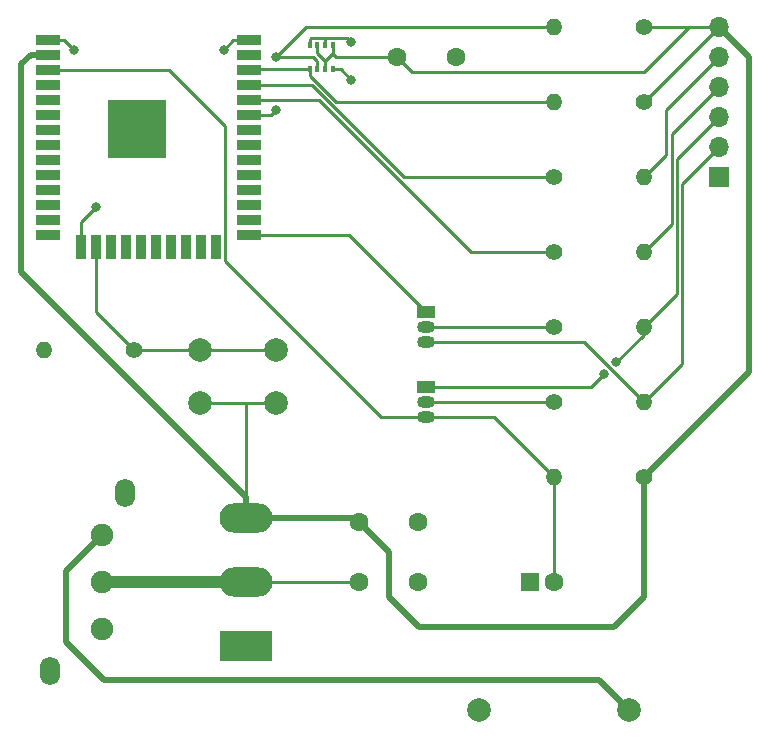
<source format=gbr>
G04 #@! TF.GenerationSoftware,KiCad,Pcbnew,(5.1.4-0-10_14)*
G04 #@! TF.CreationDate,2019-11-18T23:58:44+01:00*
G04 #@! TF.ProjectId,liberation,6c696265-7261-4746-996f-6e2e6b696361,rev?*
G04 #@! TF.SameCoordinates,Original*
G04 #@! TF.FileFunction,Copper,L1,Top*
G04 #@! TF.FilePolarity,Positive*
%FSLAX46Y46*%
G04 Gerber Fmt 4.6, Leading zero omitted, Abs format (unit mm)*
G04 Created by KiCad (PCBNEW (5.1.4-0-10_14)) date 2019-11-18 23:58:44*
%MOMM*%
%LPD*%
G04 APERTURE LIST*
%ADD10C,1.400000*%
%ADD11O,1.400000X1.400000*%
%ADD12C,1.600000*%
%ADD13R,1.600000X1.600000*%
%ADD14R,1.700000X1.700000*%
%ADD15O,1.700000X1.700000*%
%ADD16R,1.500000X1.050000*%
%ADD17O,1.500000X1.050000*%
%ADD18O,1.700000X2.400000*%
%ADD19C,1.900000*%
%ADD20C,2.000000*%
%ADD21R,5.000000X5.000000*%
%ADD22R,2.000000X0.900000*%
%ADD23R,0.900000X2.000000*%
%ADD24R,0.350000X0.500000*%
%ADD25O,4.500000X2.500000*%
%ADD26R,4.500000X2.500000*%
%ADD27C,0.800000*%
%ADD28C,0.250000*%
%ADD29C,1.000000*%
%ADD30C,0.500000*%
G04 APERTURE END LIST*
D10*
X142240000Y-114300000D03*
D11*
X149860000Y-114300000D03*
D12*
X142240000Y-135890000D03*
D13*
X140240000Y-135890000D03*
D12*
X130730000Y-135890000D03*
X125730000Y-135890000D03*
X125730000Y-130810000D03*
X130730000Y-130810000D03*
D14*
X156210000Y-101600000D03*
D15*
X156210000Y-99060000D03*
X156210000Y-96520000D03*
X156210000Y-93980000D03*
X156210000Y-91440000D03*
X156210000Y-88900000D03*
D16*
X131445000Y-113030000D03*
D17*
X131445000Y-115570000D03*
X131445000Y-114300000D03*
X131445000Y-120650000D03*
X131445000Y-121920000D03*
D16*
X131445000Y-119380000D03*
D10*
X149860000Y-127000000D03*
D11*
X142240000Y-127000000D03*
X149860000Y-120650000D03*
D10*
X142240000Y-120650000D03*
D11*
X149860000Y-101600000D03*
D10*
X142240000Y-101600000D03*
X142240000Y-107950000D03*
D11*
X149860000Y-107950000D03*
D10*
X149860000Y-95250000D03*
D11*
X142240000Y-95250000D03*
X142240000Y-88900000D03*
D10*
X149860000Y-88900000D03*
D11*
X99060000Y-116205000D03*
D10*
X106680000Y-116205000D03*
D18*
X99625000Y-143390000D03*
X105925000Y-128390000D03*
D19*
X104025000Y-131890000D03*
X104025000Y-135890000D03*
X104025000Y-139890000D03*
D20*
X118745000Y-116205000D03*
X118745000Y-120705000D03*
X112245000Y-116205000D03*
X112245000Y-120705000D03*
D21*
X106950000Y-97490000D03*
D22*
X99450000Y-89990000D03*
X99450000Y-91260000D03*
X99450000Y-92530000D03*
X99450000Y-93800000D03*
X99450000Y-95070000D03*
X99450000Y-96340000D03*
X99450000Y-97610000D03*
X99450000Y-98880000D03*
X99450000Y-100150000D03*
X99450000Y-101420000D03*
X99450000Y-102690000D03*
X99450000Y-103960000D03*
X99450000Y-105230000D03*
X99450000Y-106500000D03*
D23*
X102235000Y-107500000D03*
X103505000Y-107500000D03*
X104775000Y-107500000D03*
X106045000Y-107500000D03*
X107315000Y-107500000D03*
X108585000Y-107500000D03*
X109855000Y-107500000D03*
X111125000Y-107500000D03*
X112395000Y-107500000D03*
X113665000Y-107500000D03*
D22*
X116450000Y-106500000D03*
X116450000Y-105230000D03*
X116450000Y-103960000D03*
X116450000Y-102690000D03*
X116450000Y-101420000D03*
X116450000Y-100150000D03*
X116450000Y-98880000D03*
X116450000Y-97610000D03*
X116450000Y-96340000D03*
X116450000Y-95070000D03*
X116450000Y-93800000D03*
X116450000Y-92530000D03*
X116450000Y-91260000D03*
X116450000Y-89990000D03*
D24*
X121580000Y-92465000D03*
X122230000Y-92465000D03*
X122880000Y-92465000D03*
X123530000Y-92465000D03*
X123530000Y-90415000D03*
X122880000Y-90415000D03*
X122230000Y-90415000D03*
X121580000Y-90415000D03*
D20*
X148590000Y-146685000D03*
X135890000Y-146685000D03*
D12*
X133985000Y-91440000D03*
X128985000Y-91440000D03*
D25*
X116205000Y-130440000D03*
X116205000Y-135890000D03*
D26*
X116205000Y-141340000D03*
D27*
X105918000Y-96520000D03*
X105918000Y-98552000D03*
X107950000Y-98552000D03*
X107950000Y-96520000D03*
X106934000Y-97536000D03*
X106934000Y-95504000D03*
X106934000Y-99568000D03*
X108966000Y-97536000D03*
X104902000Y-97536000D03*
X104902000Y-99568000D03*
X108966000Y-99568000D03*
X108966000Y-95504000D03*
X104902000Y-95504000D03*
X125095000Y-93345000D03*
X125095000Y-90170000D03*
X103505000Y-104140000D03*
X101600000Y-90805000D03*
X114300000Y-90805000D03*
X146489847Y-118305153D03*
X147515153Y-117279847D03*
X118745000Y-95885000D03*
X118745000Y-91440000D03*
D28*
X122859999Y-89839999D02*
X122880000Y-89860000D01*
X122880000Y-89915000D02*
X122880000Y-90415000D01*
X121580000Y-89915000D02*
X121655001Y-89839999D01*
X122880000Y-89860000D02*
X122880000Y-89915000D01*
X121580000Y-90415000D02*
X121580000Y-89915000D01*
X123530000Y-92465000D02*
X124215000Y-92465000D01*
X124215000Y-92465000D02*
X125095000Y-93345000D01*
X124764999Y-89839999D02*
X125095000Y-90170000D01*
X122224999Y-89839999D02*
X124764999Y-89839999D01*
X121655001Y-89839999D02*
X122224999Y-89839999D01*
X122224999Y-89839999D02*
X122859999Y-89839999D01*
X102235000Y-105410000D02*
X103505000Y-104140000D01*
X102235000Y-107500000D02*
X102235000Y-105410000D01*
X100785000Y-89990000D02*
X101600000Y-90805000D01*
X99450000Y-89990000D02*
X100785000Y-89990000D01*
X115115000Y-89990000D02*
X114300000Y-90805000D01*
X116450000Y-89990000D02*
X115115000Y-89990000D01*
X109675000Y-92530000D02*
X99450000Y-92530000D01*
X114440001Y-97295001D02*
X109675000Y-92530000D01*
X114440001Y-108725001D02*
X114440001Y-97295001D01*
X127635000Y-121920000D02*
X114440001Y-108725001D01*
X131445000Y-121920000D02*
X127635000Y-121920000D01*
X137160000Y-121920000D02*
X142240000Y-127000000D01*
X131445000Y-121920000D02*
X137160000Y-121920000D01*
X142240000Y-135890000D02*
X142240000Y-127000000D01*
X116205000Y-135890000D02*
X125730000Y-135890000D01*
D29*
X104025000Y-135890000D02*
X116205000Y-135890000D01*
D28*
X156210000Y-88900000D02*
X149860000Y-88900000D01*
X155360001Y-89749999D02*
X149860000Y-95250000D01*
X156210000Y-88900000D02*
X155360001Y-89749999D01*
X122880000Y-91965000D02*
X122880000Y-92465000D01*
X122230000Y-91128590D02*
X122880000Y-91778590D01*
X122880000Y-91778590D02*
X122880000Y-91965000D01*
X122230000Y-90415000D02*
X122230000Y-91128590D01*
X123530000Y-91128590D02*
X122880000Y-91778590D01*
X123530000Y-90415000D02*
X123530000Y-91128590D01*
X156210000Y-88900000D02*
X153670000Y-88900000D01*
X153670000Y-88900000D02*
X149860000Y-92710000D01*
X123530000Y-91128590D02*
X123530000Y-91145000D01*
X123530000Y-91145000D02*
X123825000Y-91440000D01*
X123825000Y-91440000D02*
X127000000Y-91440000D01*
X127000000Y-91440000D02*
X128985000Y-91440000D01*
X130255000Y-92710000D02*
X128985000Y-91440000D01*
X149860000Y-92710000D02*
X130255000Y-92710000D01*
X116205000Y-130440000D02*
X116205000Y-120760000D01*
X116260000Y-120705000D02*
X118745000Y-120705000D01*
X116205000Y-120760000D02*
X116260000Y-120705000D01*
X112245000Y-120705000D02*
X116260000Y-120705000D01*
D30*
X116205000Y-130440000D02*
X116205000Y-128690000D01*
X97950000Y-91260000D02*
X99450000Y-91260000D01*
X97155000Y-92055000D02*
X97950000Y-91260000D01*
X97155000Y-109640000D02*
X97155000Y-92055000D01*
X116205000Y-128690000D02*
X97155000Y-109640000D01*
X149860000Y-127000000D02*
X158750000Y-118110000D01*
X158750000Y-118110000D02*
X158750000Y-91440000D01*
X158750000Y-91440000D02*
X156210000Y-88900000D01*
X125360000Y-130440000D02*
X125730000Y-130810000D01*
X116205000Y-130440000D02*
X125360000Y-130440000D01*
X125730000Y-130810000D02*
X128270000Y-133350000D01*
X128270000Y-133350000D02*
X128270000Y-137160000D01*
X128270000Y-137160000D02*
X130810000Y-139700000D01*
X130810000Y-139700000D02*
X147320000Y-139700000D01*
X149860000Y-137160000D02*
X149860000Y-127000000D01*
X147320000Y-139700000D02*
X149860000Y-137160000D01*
D28*
X150559999Y-113600001D02*
X149860000Y-114300000D01*
X152665019Y-111494981D02*
X150559999Y-113600001D01*
X152665019Y-100064981D02*
X152665019Y-111494981D01*
X156210000Y-96520000D02*
X152665019Y-100064981D01*
X145415000Y-119380000D02*
X146489847Y-118305153D01*
X131445000Y-119380000D02*
X145415000Y-119380000D01*
X149860000Y-114935000D02*
X149860000Y-114300000D01*
X147515153Y-117279847D02*
X149860000Y-114935000D01*
X150559999Y-119950001D02*
X149860000Y-120650000D01*
X153115029Y-117394971D02*
X150559999Y-119950001D01*
X153115029Y-102154971D02*
X153115029Y-117394971D01*
X156210000Y-99060000D02*
X153115029Y-102154971D01*
X144780000Y-115570000D02*
X149860000Y-120650000D01*
X131445000Y-115570000D02*
X144780000Y-115570000D01*
X150559999Y-107250001D02*
X149860000Y-107950000D01*
X152215010Y-105594990D02*
X150559999Y-107250001D01*
X152215010Y-97974990D02*
X152215010Y-105594990D01*
X156210000Y-93980000D02*
X152215010Y-97974990D01*
X156210000Y-91440000D02*
X151765000Y-95885000D01*
X151765000Y-99695000D02*
X149860000Y-101600000D01*
X151765000Y-95885000D02*
X151765000Y-99695000D01*
X131220000Y-113030000D02*
X131445000Y-113030000D01*
X116450000Y-106500000D02*
X124915000Y-106500000D01*
X124915000Y-106500000D02*
X131445000Y-113030000D01*
X142240000Y-114300000D02*
X135255000Y-114300000D01*
X135255000Y-114300000D02*
X131445000Y-114300000D01*
X142240000Y-120650000D02*
X135255000Y-120650000D01*
X135255000Y-120650000D02*
X131445000Y-120650000D01*
X116450000Y-93800000D02*
X121740000Y-93800000D01*
X121740000Y-93800000D02*
X129540000Y-101600000D01*
X129540000Y-101600000D02*
X142240000Y-101600000D01*
X141250051Y-107950000D02*
X142240000Y-107950000D01*
X135253590Y-107950000D02*
X141250051Y-107950000D01*
X122373590Y-95070000D02*
X135253590Y-107950000D01*
X116450000Y-95070000D02*
X122373590Y-95070000D01*
X123826410Y-95250000D02*
X142240000Y-95250000D01*
X121580000Y-93003590D02*
X123826410Y-95250000D01*
X121580000Y-92465000D02*
X121580000Y-93003590D01*
X116515000Y-92465000D02*
X116450000Y-92530000D01*
X121580000Y-92465000D02*
X116515000Y-92465000D01*
X118290000Y-96340000D02*
X118745000Y-95885000D01*
X116450000Y-96340000D02*
X118290000Y-96340000D01*
X122230000Y-91965000D02*
X122230000Y-92465000D01*
X122230000Y-91805000D02*
X122230000Y-91965000D01*
X121865000Y-91440000D02*
X122230000Y-91805000D01*
X122230000Y-91805000D02*
X122230000Y-91765000D01*
X121285000Y-88900000D02*
X142240000Y-88900000D01*
X118745000Y-91440000D02*
X121285000Y-88900000D01*
X118745000Y-91440000D02*
X121865000Y-91440000D01*
X118745000Y-116205000D02*
X106680000Y-116205000D01*
X103505000Y-113030000D02*
X106680000Y-116205000D01*
X103505000Y-107500000D02*
X103505000Y-113030000D01*
D30*
X100965000Y-134950000D02*
X104025000Y-131890000D01*
X100965000Y-140970000D02*
X100965000Y-134950000D01*
X104140000Y-144145000D02*
X100965000Y-140970000D01*
X146050000Y-144145000D02*
X104140000Y-144145000D01*
X148590000Y-146685000D02*
X146050000Y-144145000D01*
M02*

</source>
